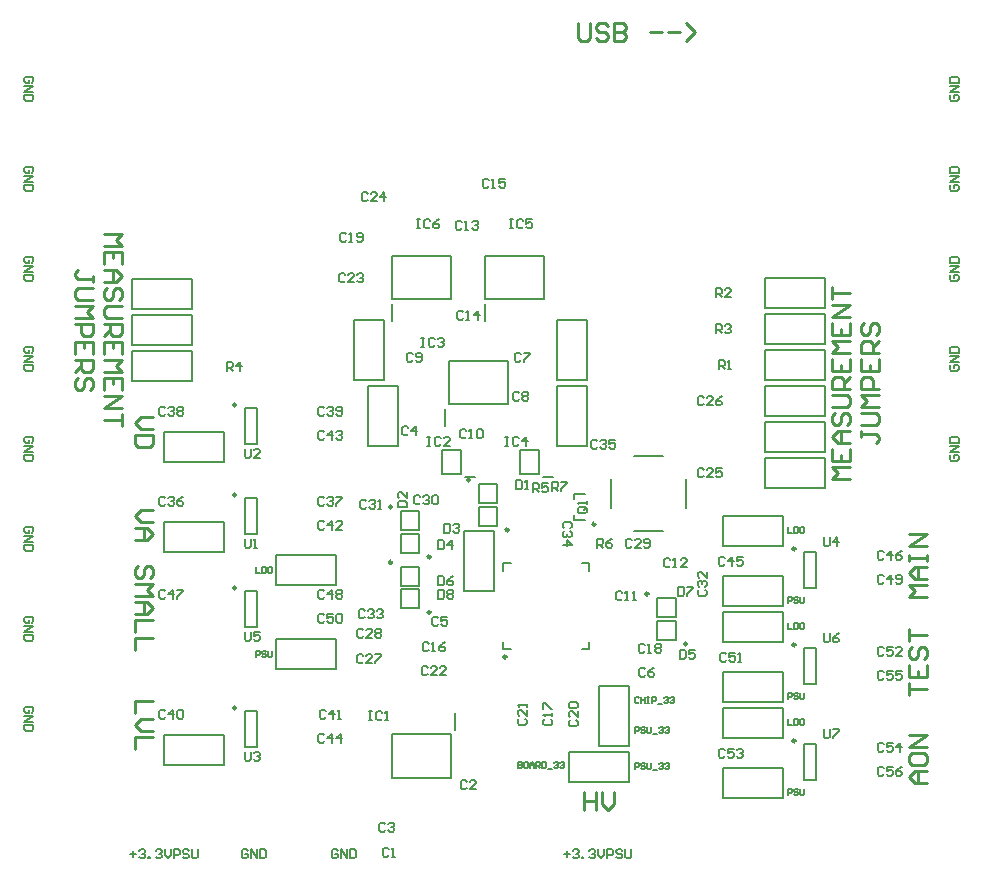
<source format=gbr>
%TF.GenerationSoftware,Altium Limited,Altium Designer,21.7.1 (17)*%
G04 Layer_Color=65535*
%FSLAX26Y26*%
%MOIN*%
%TF.SameCoordinates,27FB9546-20EE-4E74-96E1-B46C9306E405*%
%TF.FilePolarity,Positive*%
%TF.FileFunction,Legend,Top*%
%TF.Part,Single*%
G01*
G75*
%TA.AperFunction,NonConductor*%
%ADD48C,0.009842*%
%ADD49C,0.007874*%
%ADD50C,0.010000*%
%ADD51C,0.006000*%
%ADD52C,0.005000*%
D48*
X2244291Y749331D02*
G03*
X2244291Y749331I-4921J0D01*
G01*
X2115551Y915669D02*
G03*
X2115551Y915669I-4921J0D01*
G01*
X1389291Y854331D02*
G03*
X1389291Y854331I-4921J0D01*
G01*
X1260551Y1020669D02*
G03*
X1260551Y1020669I-4921J0D01*
G01*
X740787Y935866D02*
G03*
X740787Y935866I-4921J0D01*
G01*
X2605787Y745866D02*
G03*
X2605787Y745866I-4921J0D01*
G01*
Y425866D02*
G03*
X2605787Y425866I-4921J0D01*
G01*
Y1065866D02*
G03*
X2605787Y1065866I-4921J0D01*
G01*
X740787Y1245866D02*
G03*
X740787Y1245866I-4921J0D01*
G01*
Y535866D02*
G03*
X740787Y535866I-4921J0D01*
G01*
Y1545866D02*
G03*
X740787Y1545866I-4921J0D01*
G01*
X1260551Y1205669D02*
G03*
X1260551Y1205669I-4921J0D01*
G01*
X1389291Y1039331D02*
G03*
X1389291Y1039331I-4921J0D01*
G01*
X1649291Y1129331D02*
G03*
X1649291Y1129331I-4921J0D01*
G01*
X1520551Y1295669D02*
G03*
X1520551Y1295669I-4921J0D01*
G01*
X1938307Y1147913D02*
G03*
X1938307Y1147913I-4921J0D01*
G01*
X1642126Y705709D02*
G03*
X1642126Y705709I-4921J0D01*
G01*
D49*
X2205709Y763504D02*
Y826496D01*
X2144291Y763504D02*
X2205709D01*
X2144291Y826496D02*
X2205709D01*
X2144291Y763504D02*
Y826496D01*
Y838504D02*
Y901496D01*
X2205709D01*
X2144291Y838504D02*
X2205709D01*
Y901496D01*
X2505000Y1270000D02*
X2705000D01*
Y1370000D01*
X2505000D02*
X2705000D01*
X2505000Y1270000D02*
Y1370000D01*
X1235000Y1630000D02*
Y1830000D01*
X1135000D02*
X1235000D01*
X1135000Y1630000D02*
Y1830000D01*
Y1630000D02*
X1235000D01*
X1910000D02*
Y1830000D01*
X1810000D02*
X1910000D01*
X1810000Y1630000D02*
Y1830000D01*
Y1630000D02*
X1910000D01*
X1180000Y1410000D02*
Y1610000D01*
Y1410000D02*
X1280000D01*
Y1610000D01*
X1180000D02*
X1280000D01*
X1810000Y1410000D02*
Y1610000D01*
Y1410000D02*
X1910000D01*
Y1610000D01*
X1810000D02*
X1910000D01*
X1260591Y1825315D02*
Y1883386D01*
X1261575Y1897165D02*
X1458425D01*
Y2042835D01*
X1261575D02*
X1458425D01*
X1261575Y1897165D02*
Y2042835D01*
X1570591Y1825315D02*
Y1883386D01*
X1571575Y1897165D02*
X1768425D01*
Y2042835D01*
X1571575D02*
X1768425D01*
X1571575Y1897165D02*
Y2042835D01*
X1688504Y1315630D02*
X1751496D01*
X1688504D02*
Y1394370D01*
X1751496D01*
Y1315630D02*
Y1394370D01*
X1765276Y1305787D02*
X1798740D01*
X1437795Y1475315D02*
Y1533386D01*
X1451575Y1547165D02*
X1648425D01*
Y1692835D01*
X1451575D02*
X1648425D01*
X1451575Y1547165D02*
Y1692835D01*
X1428504Y1315630D02*
X1491496D01*
X1428504D02*
Y1394370D01*
X1491496D01*
Y1315630D02*
Y1394370D01*
X1505276Y1305787D02*
X1538740D01*
X395000Y1845000D02*
X595000D01*
X395000Y1745000D02*
Y1845000D01*
Y1745000D02*
X595000D01*
Y1845000D01*
X395000Y1965000D02*
X595000D01*
X395000Y1865000D02*
Y1965000D01*
Y1865000D02*
X595000D01*
Y1965000D01*
Y1625000D02*
Y1725000D01*
X395000Y1625000D02*
X595000D01*
X395000D02*
Y1725000D01*
X595000D01*
X2505000Y1630000D02*
X2705000D01*
Y1730000D01*
X2505000D02*
X2705000D01*
X2505000Y1630000D02*
Y1730000D01*
Y1750000D02*
X2705000D01*
Y1850000D01*
X2505000D02*
X2705000D01*
X2505000Y1750000D02*
Y1850000D01*
Y1390000D02*
X2705000D01*
Y1490000D01*
X2505000D02*
X2705000D01*
X2505000Y1390000D02*
Y1490000D01*
X1472205Y461614D02*
Y519685D01*
X1261575Y447835D02*
X1458425D01*
X1261575Y302165D02*
Y447835D01*
Y302165D02*
X1458425D01*
Y447835D01*
X1350709Y868504D02*
Y931496D01*
X1289291Y868504D02*
X1350709D01*
X1289291Y931496D02*
X1350709D01*
X1289291Y868504D02*
Y931496D01*
Y943504D02*
Y1006496D01*
X1350709D01*
X1289291Y943504D02*
X1350709D01*
Y1006496D01*
X770315Y926024D02*
X809685D01*
X770315Y803976D02*
X809685D01*
X770315D02*
Y926024D01*
X809685Y803976D02*
Y926024D01*
X2635315Y736024D02*
X2674685D01*
X2635315Y613976D02*
X2674685D01*
X2635315D02*
Y736024D01*
X2674685Y613976D02*
Y736024D01*
X2365000Y755000D02*
X2565000D01*
Y855000D01*
X2365000D02*
X2565000D01*
X2365000Y755000D02*
Y855000D01*
X875000Y665000D02*
X1075000D01*
Y765000D01*
X875000D02*
X1075000D01*
X875000Y665000D02*
Y765000D01*
Y1045000D02*
X1075000D01*
X875000Y945000D02*
Y1045000D01*
Y945000D02*
X1075000D01*
Y1045000D01*
X2635315Y416024D02*
X2674685D01*
X2635315Y293976D02*
X2674685D01*
X2635315D02*
Y416024D01*
X2674685Y293976D02*
Y416024D01*
X2365000Y335000D02*
X2565000D01*
X2365000Y235000D02*
Y335000D01*
Y235000D02*
X2565000D01*
Y335000D01*
X2365000Y435000D02*
X2565000D01*
Y535000D01*
X2365000D02*
X2565000D01*
X2365000Y435000D02*
Y535000D01*
X1950000Y610000D02*
X2050000D01*
Y410000D02*
Y610000D01*
X1950000Y410000D02*
X2050000D01*
X1950000D02*
Y610000D01*
X2635315Y1056024D02*
X2674685D01*
X2635315Y933976D02*
X2674685D01*
X2635315D02*
Y1056024D01*
X2674685Y933976D02*
Y1056024D01*
X2365000Y975000D02*
X2565000D01*
X2365000Y875000D02*
Y975000D01*
Y875000D02*
X2565000D01*
Y975000D01*
X2365000Y1075000D02*
X2565000D01*
Y1175000D01*
X2365000D02*
X2565000D01*
X2365000Y1075000D02*
Y1175000D01*
X770315Y1236024D02*
X809685D01*
X770315Y1113976D02*
X809685D01*
X770315D02*
Y1236024D01*
X809685Y1113976D02*
Y1236024D01*
X500000Y1155000D02*
X700000D01*
X500000Y1055000D02*
Y1155000D01*
Y1055000D02*
X700000D01*
Y1155000D01*
X770315Y526024D02*
X809685D01*
X770315Y403976D02*
X809685D01*
X770315D02*
Y526024D01*
X809685Y403976D02*
Y526024D01*
X770315Y1536024D02*
X809685D01*
X770315Y1413976D02*
X809685D01*
X770315D02*
Y1536024D01*
X809685Y1413976D02*
Y1536024D01*
X1989016Y1200827D02*
Y1299173D01*
X2065827Y1124016D02*
X2164173D01*
X2240984Y1200827D02*
Y1299173D01*
X2065827Y1375984D02*
X2164173D01*
X1350709Y1128504D02*
Y1191496D01*
X1289291Y1128504D02*
X1350709D01*
X1289291Y1191496D02*
X1350709D01*
X1289291Y1128504D02*
Y1191496D01*
Y1053504D02*
Y1116496D01*
X1350709D01*
X1289291Y1053504D02*
X1350709D01*
Y1116496D01*
X1549291Y1143504D02*
Y1206496D01*
X1610709D01*
X1549291Y1143504D02*
X1610709D01*
Y1206496D01*
Y1218504D02*
Y1281496D01*
X1549291Y1218504D02*
X1610709D01*
X1549291Y1281496D02*
X1610709D01*
X1549291Y1218504D02*
Y1281496D01*
X1500000Y925000D02*
X1600000D01*
X1500000D02*
Y1125000D01*
X1600000D01*
Y925000D02*
Y1125000D01*
X1868425Y1230591D02*
Y1248307D01*
X1903858D01*
X1868425Y1161693D02*
Y1179409D01*
Y1161693D02*
X1903858D01*
X2505000Y1870000D02*
Y1970000D01*
X2705000D01*
Y1870000D02*
Y1970000D01*
X2505000Y1870000D02*
X2705000D01*
X2505000Y1510000D02*
Y1610000D01*
X2705000D01*
Y1510000D02*
Y1610000D01*
X2505000Y1510000D02*
X2705000D01*
X700000Y345000D02*
Y445000D01*
X500000Y345000D02*
X700000D01*
X500000D02*
Y445000D01*
X700000D01*
Y1355000D02*
Y1455000D01*
X500000Y1355000D02*
X700000D01*
X500000D02*
Y1455000D01*
X700000D01*
X1850000Y290000D02*
Y390000D01*
X2050000D01*
Y290000D02*
Y390000D01*
X1850000Y290000D02*
X2050000D01*
X2565000Y555000D02*
Y655000D01*
X2365000Y555000D02*
X2565000D01*
X2365000D02*
Y655000D01*
X2565000D01*
X1918701Y731299D02*
Y756890D01*
X1893110Y731299D02*
X1918701D01*
Y993110D02*
Y1018701D01*
X1893110D02*
X1918701D01*
X1631299D02*
X1656890D01*
X1631299Y993110D02*
Y1018701D01*
Y731299D02*
Y756890D01*
Y731299D02*
X1656890D01*
D50*
X300977Y2115068D02*
X360957D01*
X340964Y2095074D01*
X360957Y2075081D01*
X300977D01*
X360957Y2015100D02*
Y2055087D01*
X300977D01*
Y2015100D01*
X330967Y2055087D02*
Y2035094D01*
X300977Y1995107D02*
X340964D01*
X360957Y1975113D01*
X340964Y1955120D01*
X300977D01*
X330967D01*
Y1995107D01*
X350961Y1895139D02*
X360957Y1905136D01*
Y1925129D01*
X350961Y1935126D01*
X340964D01*
X330967Y1925129D01*
Y1905136D01*
X320970Y1895139D01*
X310974D01*
X300977Y1905136D01*
Y1925129D01*
X310974Y1935126D01*
X360957Y1875146D02*
X310974D01*
X300977Y1865149D01*
Y1845155D01*
X310974Y1835158D01*
X360957D01*
X300977Y1815165D02*
X360957D01*
Y1785175D01*
X350961Y1775178D01*
X330967D01*
X320970Y1785175D01*
Y1815165D01*
Y1795171D02*
X300977Y1775178D01*
X360957Y1715197D02*
Y1755184D01*
X300977D01*
Y1715197D01*
X330967Y1755184D02*
Y1735191D01*
X300977Y1695204D02*
X360957D01*
X340964Y1675210D01*
X360957Y1655217D01*
X300977D01*
X360957Y1595236D02*
Y1635223D01*
X300977D01*
Y1595236D01*
X330967Y1635223D02*
Y1615230D01*
X300977Y1575243D02*
X360957D01*
X300977Y1535255D01*
X360957D01*
Y1515262D02*
Y1475275D01*
Y1495268D01*
X300977D01*
X264981Y1955120D02*
Y1975113D01*
Y1965116D01*
X214997D01*
X205000Y1975113D01*
Y1985110D01*
X214997Y1995107D01*
X264981Y1935126D02*
X214997D01*
X205000Y1925129D01*
Y1905136D01*
X214997Y1895139D01*
X264981D01*
X205000Y1875146D02*
X264981D01*
X244987Y1855152D01*
X264981Y1835158D01*
X205000D01*
Y1815165D02*
X264981D01*
Y1785175D01*
X254984Y1775178D01*
X234990D01*
X224994Y1785175D01*
Y1815165D01*
X264981Y1715197D02*
Y1755184D01*
X205000D01*
Y1715197D01*
X234990Y1755184D02*
Y1735191D01*
X205000Y1695204D02*
X264981D01*
Y1665213D01*
X254984Y1655217D01*
X234990D01*
X224994Y1665213D01*
Y1695204D01*
Y1675210D02*
X205000Y1655217D01*
X254984Y1595236D02*
X264981Y1605233D01*
Y1625226D01*
X254984Y1635223D01*
X244987D01*
X234990Y1625226D01*
Y1605233D01*
X224994Y1595236D01*
X214997D01*
X205000Y1605233D01*
Y1625226D01*
X214997Y1635223D01*
X2787002Y1300104D02*
X2727021D01*
X2747015Y1320097D01*
X2727021Y1340091D01*
X2787002D01*
X2727021Y1400072D02*
Y1360084D01*
X2787002D01*
Y1400072D01*
X2757012Y1360084D02*
Y1380078D01*
X2787002Y1420065D02*
X2747015D01*
X2727021Y1440059D01*
X2747015Y1460052D01*
X2787002D01*
X2757012D01*
Y1420065D01*
X2737018Y1520033D02*
X2727021Y1510036D01*
Y1490042D01*
X2737018Y1480046D01*
X2747015D01*
X2757012Y1490042D01*
Y1510036D01*
X2767008Y1520033D01*
X2777005D01*
X2787002Y1510036D01*
Y1490042D01*
X2777005Y1480046D01*
X2727021Y1540026D02*
X2777005D01*
X2787002Y1550023D01*
Y1570016D01*
X2777005Y1580013D01*
X2727021D01*
X2787002Y1600007D02*
X2727021D01*
Y1629997D01*
X2737018Y1639994D01*
X2757012D01*
X2767008Y1629997D01*
Y1600007D01*
Y1620000D02*
X2787002Y1639994D01*
X2727021Y1699975D02*
Y1659987D01*
X2787002D01*
Y1699975D01*
X2757012Y1659987D02*
Y1679981D01*
X2787002Y1719968D02*
X2727021D01*
X2747015Y1739961D01*
X2727021Y1759955D01*
X2787002D01*
X2727021Y1819936D02*
Y1779949D01*
X2787002D01*
Y1819936D01*
X2757012Y1779949D02*
Y1799942D01*
X2787002Y1839929D02*
X2727021D01*
X2787002Y1879916D01*
X2727021D01*
Y1899910D02*
Y1939897D01*
Y1919903D01*
X2787002D01*
X2822998Y1460052D02*
Y1440059D01*
Y1450055D01*
X2872982D01*
X2882979Y1440059D01*
Y1430062D01*
X2872982Y1420065D01*
X2822998Y1480046D02*
X2872982D01*
X2882979Y1490042D01*
Y1510036D01*
X2872982Y1520033D01*
X2822998D01*
X2882979Y1540026D02*
X2822998D01*
X2842991Y1560020D01*
X2822998Y1580013D01*
X2882979D01*
Y1600007D02*
X2822998D01*
Y1629997D01*
X2832995Y1639994D01*
X2852988D01*
X2862985Y1629997D01*
Y1600007D01*
X2822998Y1699975D02*
Y1659987D01*
X2882979D01*
Y1699975D01*
X2852988Y1659987D02*
Y1679981D01*
X2882979Y1719968D02*
X2822998D01*
Y1749958D01*
X2832995Y1759955D01*
X2852988D01*
X2862985Y1749958D01*
Y1719968D01*
Y1739961D02*
X2882979Y1759955D01*
X2832995Y1819936D02*
X2822998Y1809939D01*
Y1789945D01*
X2832995Y1779949D01*
X2842991D01*
X2852988Y1789945D01*
Y1809939D01*
X2862985Y1819936D01*
X2872982D01*
X2882979Y1809939D01*
Y1789945D01*
X2872982Y1779949D01*
X1880063Y2819990D02*
Y2770006D01*
X1890060Y2760010D01*
X1910053D01*
X1920050Y2770006D01*
Y2819990D01*
X1980031Y2809994D02*
X1970034Y2819990D01*
X1950041D01*
X1940044Y2809994D01*
Y2799997D01*
X1950041Y2790000D01*
X1970034D01*
X1980031Y2780003D01*
Y2770006D01*
X1970034Y2760010D01*
X1950041D01*
X1940044Y2770006D01*
X2000024Y2819990D02*
Y2760010D01*
X2030015D01*
X2040011Y2770006D01*
Y2780003D01*
X2030015Y2790000D01*
X2000024D01*
X2030015D01*
X2040011Y2799997D01*
Y2809994D01*
X2030015Y2819990D01*
X2000024D01*
X2119985Y2790000D02*
X2159973D01*
X2179966D02*
X2219953D01*
X2239947Y2760010D02*
X2269937Y2790000D01*
X2239947Y2819990D01*
X1900016Y254990D02*
Y195010D01*
Y225000D01*
X1940003D01*
Y254990D01*
Y195010D01*
X1959997Y254990D02*
Y215003D01*
X1979990Y195010D01*
X1999984Y215003D01*
Y254990D01*
X454994Y969967D02*
X464990Y979964D01*
Y999958D01*
X454994Y1009955D01*
X444997D01*
X435000Y999958D01*
Y979964D01*
X425003Y969967D01*
X415007D01*
X405010Y979964D01*
Y999958D01*
X415007Y1009955D01*
X405010Y949974D02*
X464990D01*
X444997Y929981D01*
X464990Y909987D01*
X405010D01*
Y889993D02*
X444997D01*
X464990Y870000D01*
X444997Y850006D01*
X405010D01*
X435000D01*
Y889993D01*
X464990Y830013D02*
X405010D01*
Y790026D01*
X464990Y770032D02*
X405010D01*
Y730045D01*
X464990Y559974D02*
X405010D01*
Y519987D01*
X464990Y499993D02*
X425003D01*
X405010Y480000D01*
X425003Y460006D01*
X464990D01*
Y440013D02*
X405010D01*
Y400026D01*
X464990Y1194984D02*
X425003D01*
X405010Y1174990D01*
X425003Y1154997D01*
X464990D01*
X405010Y1135003D02*
X444997D01*
X464990Y1115010D01*
X444997Y1095016D01*
X405010D01*
X435000D01*
Y1135003D01*
X464990Y1504984D02*
X425003D01*
X405010Y1484990D01*
X425003Y1464997D01*
X464990D01*
Y1445003D02*
X405010D01*
Y1415013D01*
X415007Y1405016D01*
X454993D01*
X464990Y1415013D01*
Y1445003D01*
X2985019Y580036D02*
Y620023D01*
Y600029D01*
X3045000D01*
X2985019Y680003D02*
Y640016D01*
X3045000D01*
Y680003D01*
X3015010Y640016D02*
Y660010D01*
X2995016Y739984D02*
X2985019Y729987D01*
Y709994D01*
X2995016Y699997D01*
X3005013D01*
X3015010Y709994D01*
Y729987D01*
X3025006Y739984D01*
X3035003D01*
X3045000Y729987D01*
Y709994D01*
X3035003Y699997D01*
X2985019Y759977D02*
Y799965D01*
Y779971D01*
X3045000D01*
Y904891D02*
X2985019D01*
X3005013Y924884D01*
X2985019Y944878D01*
X3045000D01*
Y964871D02*
X3005013D01*
X2985019Y984865D01*
X3005013Y1004859D01*
X3045000D01*
X3015010D01*
Y964871D01*
X2985019Y1024852D02*
Y1044845D01*
Y1034849D01*
X3045000D01*
Y1024852D01*
Y1044845D01*
Y1074836D02*
X2985019D01*
X3045000Y1114823D01*
X2985019D01*
X3045000Y285026D02*
X3005013D01*
X2985019Y305019D01*
X3005013Y325013D01*
X3045000D01*
X3015010D01*
Y285026D01*
X2985019Y374997D02*
Y355003D01*
X2995016Y345006D01*
X3035003D01*
X3045000Y355003D01*
Y374997D01*
X3035003Y384993D01*
X2995016D01*
X2985019Y374997D01*
X3045000Y404987D02*
X2985019D01*
X3045000Y444974D01*
X2985019D01*
D51*
X3125003Y1380006D02*
X3120005Y1375008D01*
Y1365011D01*
X3125003Y1360013D01*
X3144997D01*
X3149995Y1365011D01*
Y1375008D01*
X3144997Y1380006D01*
X3135000D01*
Y1370010D01*
X3149995Y1390003D02*
X3120005D01*
X3149995Y1409997D01*
X3120005D01*
Y1419994D02*
X3149995D01*
Y1434989D01*
X3144997Y1439987D01*
X3125003D01*
X3120005Y1434989D01*
Y1419994D01*
X3125003Y1680006D02*
X3120005Y1675008D01*
Y1665011D01*
X3125003Y1660013D01*
X3144997D01*
X3149995Y1665011D01*
Y1675008D01*
X3144997Y1680006D01*
X3135000D01*
Y1670010D01*
X3149995Y1690003D02*
X3120005D01*
X3149995Y1709997D01*
X3120005D01*
Y1719994D02*
X3149995D01*
Y1734989D01*
X3144997Y1739987D01*
X3125003D01*
X3120005Y1734989D01*
Y1719994D01*
X3125003Y1980006D02*
X3120005Y1975008D01*
Y1965011D01*
X3125003Y1960013D01*
X3144997D01*
X3149995Y1965011D01*
Y1975008D01*
X3144997Y1980006D01*
X3135000D01*
Y1970010D01*
X3149995Y1990003D02*
X3120005D01*
X3149995Y2009997D01*
X3120005D01*
Y2019994D02*
X3149995D01*
Y2034989D01*
X3144997Y2039987D01*
X3125003D01*
X3120005Y2034989D01*
Y2019994D01*
X3125003Y2280006D02*
X3120005Y2275008D01*
Y2265011D01*
X3125003Y2260013D01*
X3144997D01*
X3149995Y2265011D01*
Y2275008D01*
X3144997Y2280006D01*
X3135000D01*
Y2270010D01*
X3149995Y2290003D02*
X3120005D01*
X3149995Y2309997D01*
X3120005D01*
Y2319994D02*
X3149995D01*
Y2334989D01*
X3144997Y2339987D01*
X3125003D01*
X3120005Y2334989D01*
Y2319994D01*
X3125003Y2580006D02*
X3120005Y2575008D01*
Y2565011D01*
X3125003Y2560013D01*
X3144997D01*
X3149995Y2565011D01*
Y2575008D01*
X3144997Y2580006D01*
X3135000D01*
Y2570010D01*
X3149995Y2590003D02*
X3120005D01*
X3149995Y2609997D01*
X3120005D01*
Y2619994D02*
X3149995D01*
Y2634989D01*
X3144997Y2639987D01*
X3125003D01*
X3120005Y2634989D01*
Y2619994D01*
X59997Y2619994D02*
X64995Y2624992D01*
Y2634989D01*
X59997Y2639987D01*
X40003D01*
X35005Y2634989D01*
Y2624992D01*
X40003Y2619994D01*
X50000D01*
Y2629990D01*
X35005Y2609997D02*
X64995D01*
X35005Y2590003D01*
X64995D01*
Y2580006D02*
X35005D01*
Y2565011D01*
X40003Y2560013D01*
X59997D01*
X64995Y2565011D01*
Y2580006D01*
X59997Y2319994D02*
X64995Y2324992D01*
Y2334989D01*
X59997Y2339987D01*
X40003D01*
X35005Y2334989D01*
Y2324992D01*
X40003Y2319994D01*
X50000D01*
Y2329990D01*
X35005Y2309997D02*
X64995D01*
X35005Y2290003D01*
X64995D01*
Y2280006D02*
X35005D01*
Y2265011D01*
X40003Y2260013D01*
X59997D01*
X64995Y2265011D01*
Y2280006D01*
X59997Y2019994D02*
X64995Y2024992D01*
Y2034989D01*
X59997Y2039987D01*
X40003D01*
X35005Y2034989D01*
Y2024992D01*
X40003Y2019994D01*
X50000D01*
Y2029990D01*
X35005Y2009997D02*
X64995D01*
X35005Y1990003D01*
X64995D01*
Y1980006D02*
X35005D01*
Y1965011D01*
X40003Y1960013D01*
X59997D01*
X64995Y1965011D01*
Y1980006D01*
X59997Y1719994D02*
X64995Y1724992D01*
Y1734989D01*
X59997Y1739987D01*
X40003D01*
X35005Y1734989D01*
Y1724992D01*
X40003Y1719994D01*
X50000D01*
Y1729990D01*
X35005Y1709997D02*
X64995D01*
X35005Y1690003D01*
X64995D01*
Y1680006D02*
X35005D01*
Y1665011D01*
X40003Y1660013D01*
X59997D01*
X64995Y1665011D01*
Y1680006D01*
X59997Y1419994D02*
X64995Y1424992D01*
Y1434989D01*
X59997Y1439987D01*
X40003D01*
X35005Y1434989D01*
Y1424992D01*
X40003Y1419994D01*
X50000D01*
Y1429990D01*
X35005Y1409997D02*
X64995D01*
X35005Y1390003D01*
X64995D01*
Y1380006D02*
X35005D01*
Y1365011D01*
X40003Y1360013D01*
X59997D01*
X64995Y1365011D01*
Y1380006D01*
X59997Y1119994D02*
X64995Y1124992D01*
Y1134989D01*
X59997Y1139987D01*
X40003D01*
X35005Y1134989D01*
Y1124992D01*
X40003Y1119994D01*
X50000D01*
Y1129990D01*
X35005Y1109997D02*
X64995D01*
X35005Y1090003D01*
X64995D01*
Y1080006D02*
X35005D01*
Y1065011D01*
X40003Y1060013D01*
X59997D01*
X64995Y1065011D01*
Y1080006D01*
X59997Y819994D02*
X64995Y824992D01*
Y834989D01*
X59997Y839987D01*
X40003D01*
X35005Y834989D01*
Y824992D01*
X40003Y819994D01*
X50000D01*
Y829990D01*
X35005Y809997D02*
X64995D01*
X35005Y790003D01*
X64995D01*
Y780006D02*
X35005D01*
Y765011D01*
X40003Y760013D01*
X59997D01*
X64995Y765011D01*
Y780006D01*
X59997Y519994D02*
X64995Y524992D01*
Y534989D01*
X59997Y539987D01*
X40003D01*
X35005Y534989D01*
Y524992D01*
X40003Y519994D01*
X50000D01*
Y529990D01*
X35005Y509997D02*
X64995D01*
X35005Y490003D01*
X64995D01*
Y480006D02*
X35005D01*
Y465011D01*
X40003Y460013D01*
X59997D01*
X64995Y465011D01*
Y480006D01*
X1080006Y59997D02*
X1075008Y64995D01*
X1065011D01*
X1060013Y59997D01*
Y40003D01*
X1065011Y35005D01*
X1075008D01*
X1080006Y40003D01*
Y50000D01*
X1070010D01*
X1090003Y35005D02*
Y64995D01*
X1109997Y35005D01*
Y64995D01*
X1119994D02*
Y35005D01*
X1134989D01*
X1139987Y40003D01*
Y59997D01*
X1134989Y64995D01*
X1119994D01*
X780006Y59997D02*
X775008Y64995D01*
X765011D01*
X760013Y59997D01*
Y40003D01*
X765011Y35005D01*
X775008D01*
X780006Y40003D01*
Y50000D01*
X770010D01*
X790003Y35005D02*
Y64995D01*
X809997Y35005D01*
Y64995D01*
X819994D02*
Y35005D01*
X834989D01*
X839987Y40003D01*
Y59997D01*
X834989Y64995D01*
X819994D01*
X387536Y50000D02*
X407530D01*
X397533Y59997D02*
Y40003D01*
X417527Y59997D02*
X422525Y64995D01*
X432522D01*
X437520Y59997D01*
Y54998D01*
X432522Y50000D01*
X427524D01*
X432522D01*
X437520Y45002D01*
Y40003D01*
X432522Y35005D01*
X422525D01*
X417527Y40003D01*
X447517Y35005D02*
Y40003D01*
X452515D01*
Y35005D01*
X447517D01*
X472509Y59997D02*
X477507Y64995D01*
X487504D01*
X492502Y59997D01*
Y54998D01*
X487504Y50000D01*
X482506D01*
X487504D01*
X492502Y45002D01*
Y40003D01*
X487504Y35005D01*
X477507D01*
X472509Y40003D01*
X502499Y64995D02*
Y45002D01*
X512496Y35005D01*
X522493Y45002D01*
Y64995D01*
X532490Y35005D02*
Y64995D01*
X547485D01*
X552483Y59997D01*
Y50000D01*
X547485Y45002D01*
X532490D01*
X582473Y59997D02*
X577475Y64995D01*
X567478D01*
X562480Y59997D01*
Y54998D01*
X567478Y50000D01*
X577475D01*
X582473Y45002D01*
Y40003D01*
X577475Y35005D01*
X567478D01*
X562480Y40003D01*
X592470Y64995D02*
Y40003D01*
X597468Y35005D01*
X607465D01*
X612464Y40003D01*
Y64995D01*
X1832536Y50000D02*
X1852530D01*
X1842533Y59997D02*
Y40003D01*
X1862527Y59997D02*
X1867525Y64995D01*
X1877522D01*
X1882520Y59997D01*
Y54998D01*
X1877522Y50000D01*
X1872524D01*
X1877522D01*
X1882520Y45002D01*
Y40003D01*
X1877522Y35005D01*
X1867525D01*
X1862527Y40003D01*
X1892517Y35005D02*
Y40003D01*
X1897515D01*
Y35005D01*
X1892517D01*
X1917509Y59997D02*
X1922507Y64995D01*
X1932504D01*
X1937502Y59997D01*
Y54998D01*
X1932504Y50000D01*
X1927506D01*
X1932504D01*
X1937502Y45002D01*
Y40003D01*
X1932504Y35005D01*
X1922507D01*
X1917509Y40003D01*
X1947499Y64995D02*
Y45002D01*
X1957496Y35005D01*
X1967493Y45002D01*
Y64995D01*
X1977489Y35005D02*
Y64995D01*
X1992485D01*
X1997483Y59997D01*
Y50000D01*
X1992485Y45002D01*
X1977489D01*
X2027473Y59997D02*
X2022475Y64995D01*
X2012478D01*
X2007480Y59997D01*
Y54998D01*
X2012478Y50000D01*
X2022475D01*
X2027473Y45002D01*
Y40003D01*
X2022475Y35005D01*
X2012478D01*
X2007480Y40003D01*
X2037470Y64995D02*
Y40003D01*
X2042468Y35005D01*
X2052465D01*
X2057464Y40003D01*
Y64995D01*
X2700008Y464995D02*
Y440003D01*
X2705006Y435005D01*
X2715003D01*
X2720002Y440003D01*
Y464995D01*
X2729998D02*
X2749992D01*
Y459997D01*
X2729998Y440003D01*
Y435005D01*
X2700008Y784995D02*
Y760003D01*
X2705006Y755005D01*
X2715003D01*
X2720002Y760003D01*
Y784995D01*
X2749992D02*
X2739995Y779997D01*
X2729998Y770000D01*
Y760003D01*
X2734997Y755005D01*
X2744994D01*
X2749992Y760003D01*
Y765002D01*
X2744994Y770000D01*
X2729998D01*
X770008Y789995D02*
Y765003D01*
X775006Y760005D01*
X785003D01*
X790002Y765003D01*
Y789995D01*
X819992D02*
X799998D01*
Y775000D01*
X809995Y779998D01*
X814994D01*
X819992Y775000D01*
Y765003D01*
X814994Y760005D01*
X804997D01*
X799998Y765003D01*
X2700008Y1104995D02*
Y1080003D01*
X2705006Y1075005D01*
X2715003D01*
X2720002Y1080003D01*
Y1104995D01*
X2744994Y1075005D02*
Y1104995D01*
X2729998Y1090000D01*
X2749992D01*
X770008Y389995D02*
Y365003D01*
X775006Y360005D01*
X785003D01*
X790002Y365003D01*
Y389995D01*
X799998Y384997D02*
X804997Y389995D01*
X814994D01*
X819992Y384997D01*
Y379998D01*
X814994Y375000D01*
X809995D01*
X814994D01*
X819992Y370002D01*
Y365003D01*
X814994Y360005D01*
X804997D01*
X799998Y365003D01*
X770008Y1399995D02*
Y1375003D01*
X775006Y1370005D01*
X785003D01*
X790002Y1375003D01*
Y1399995D01*
X819992Y1370005D02*
X799998D01*
X819992Y1389998D01*
Y1394997D01*
X814994Y1399995D01*
X804997D01*
X799998Y1394997D01*
X770006Y1099995D02*
Y1075003D01*
X775005Y1070005D01*
X785002D01*
X790000Y1075003D01*
Y1099995D01*
X799997Y1070005D02*
X809994D01*
X804995D01*
Y1099995D01*
X799997Y1094997D01*
X1795008Y1260005D02*
Y1289995D01*
X1810003D01*
X1815002Y1284997D01*
Y1275000D01*
X1810003Y1270002D01*
X1795008D01*
X1805005D02*
X1815002Y1260005D01*
X1824998Y1289995D02*
X1844992D01*
Y1284997D01*
X1824998Y1265003D01*
Y1260005D01*
X1945008Y1070005D02*
Y1099995D01*
X1960003D01*
X1965002Y1094997D01*
Y1085000D01*
X1960003Y1080002D01*
X1945008D01*
X1955005D02*
X1965002Y1070005D01*
X1994992Y1099995D02*
X1984995Y1094997D01*
X1974998Y1085000D01*
Y1075003D01*
X1979997Y1070005D01*
X1989994D01*
X1994992Y1075003D01*
Y1080002D01*
X1989994Y1085000D01*
X1974998D01*
X1730008Y1255005D02*
Y1284995D01*
X1745003D01*
X1750002Y1279997D01*
Y1270000D01*
X1745003Y1265002D01*
X1730008D01*
X1740005D02*
X1750002Y1255005D01*
X1779992Y1284995D02*
X1759998D01*
Y1270000D01*
X1769995Y1274998D01*
X1774994D01*
X1779992Y1270000D01*
Y1260003D01*
X1774994Y1255005D01*
X1764997D01*
X1759998Y1260003D01*
X710008Y1660005D02*
Y1689995D01*
X725003D01*
X730002Y1684997D01*
Y1675000D01*
X725003Y1670002D01*
X710008D01*
X720005D02*
X730002Y1660005D01*
X754994D02*
Y1689995D01*
X739998Y1675000D01*
X759992D01*
X2340008Y1785005D02*
Y1814995D01*
X2355003D01*
X2360002Y1809997D01*
Y1800000D01*
X2355003Y1795002D01*
X2340008D01*
X2350005D02*
X2360002Y1785005D01*
X2369998Y1809997D02*
X2374997Y1814995D01*
X2384994D01*
X2389992Y1809997D01*
Y1804998D01*
X2384994Y1800000D01*
X2379995D01*
X2384994D01*
X2389992Y1795002D01*
Y1790003D01*
X2384994Y1785005D01*
X2374997D01*
X2369998Y1790003D01*
X2340008Y1905005D02*
Y1934995D01*
X2355003D01*
X2360002Y1929997D01*
Y1920000D01*
X2355003Y1915002D01*
X2340008D01*
X2350005D02*
X2360002Y1905005D01*
X2389992D02*
X2369998D01*
X2389992Y1924998D01*
Y1929997D01*
X2384994Y1934995D01*
X2374997D01*
X2369998Y1929997D01*
X2350006Y1665005D02*
Y1694995D01*
X2365002D01*
X2370000Y1689997D01*
Y1680000D01*
X2365002Y1675002D01*
X2350006D01*
X2360003D02*
X2370000Y1665005D01*
X2379997D02*
X2389994D01*
X2384995D01*
Y1694995D01*
X2379997Y1689997D01*
X1904997Y1205000D02*
X1885003D01*
X1880005Y1200002D01*
Y1190005D01*
X1885003Y1185006D01*
X1904997D01*
X1909995Y1190005D01*
Y1200002D01*
X1899998Y1195003D02*
X1909995Y1205000D01*
Y1200002D02*
X1904997Y1205000D01*
X1909995Y1214997D02*
Y1224994D01*
Y1219995D01*
X1880005D01*
X1885003Y1214997D01*
X1182511Y524995D02*
X1192507D01*
X1187509D01*
Y495005D01*
X1182511D01*
X1192507D01*
X1227496Y519997D02*
X1222498Y524995D01*
X1212501D01*
X1207502Y519997D01*
Y500003D01*
X1212501Y495005D01*
X1222498D01*
X1227496Y500003D01*
X1237493Y495005D02*
X1247489D01*
X1242491D01*
Y524995D01*
X1237493Y519997D01*
X1415008Y929995D02*
Y900005D01*
X1430003D01*
X1435002Y905003D01*
Y924997D01*
X1430003Y929995D01*
X1415008D01*
X1444998Y924997D02*
X1449997Y929995D01*
X1459994D01*
X1464992Y924997D01*
Y919998D01*
X1459994Y915000D01*
X1464992Y910002D01*
Y905003D01*
X1459994Y900005D01*
X1449997D01*
X1444998Y905003D01*
Y910002D01*
X1449997Y915000D01*
X1444998Y919998D01*
Y924997D01*
X1449997Y915000D02*
X1459994D01*
X2215008Y939995D02*
Y910005D01*
X2230003D01*
X2235002Y915003D01*
Y934997D01*
X2230003Y939995D01*
X2215008D01*
X2244998D02*
X2264992D01*
Y934997D01*
X2244998Y915003D01*
Y910005D01*
X1415008Y974995D02*
Y945005D01*
X1430003D01*
X1435002Y950003D01*
Y969997D01*
X1430003Y974995D01*
X1415008D01*
X1464992D02*
X1454995Y969997D01*
X1444998Y960000D01*
Y950003D01*
X1449997Y945005D01*
X1459994D01*
X1464992Y950003D01*
Y955002D01*
X1459994Y960000D01*
X1444998D01*
X2220008Y729995D02*
Y700005D01*
X2235003D01*
X2240002Y705003D01*
Y724997D01*
X2235003Y729995D01*
X2220008D01*
X2269992D02*
X2249998D01*
Y715000D01*
X2259995Y719998D01*
X2264994D01*
X2269992Y715000D01*
Y705003D01*
X2264994Y700005D01*
X2254997D01*
X2249998Y705003D01*
X1415008Y1094995D02*
Y1065005D01*
X1430003D01*
X1435002Y1070003D01*
Y1089997D01*
X1430003Y1094995D01*
X1415008D01*
X1459994Y1065005D02*
Y1094995D01*
X1444998Y1080000D01*
X1464992D01*
X1435008Y1149995D02*
Y1120005D01*
X1450003D01*
X1455002Y1125003D01*
Y1144997D01*
X1450003Y1149995D01*
X1435008D01*
X1464998Y1144997D02*
X1469997Y1149995D01*
X1479994D01*
X1484992Y1144997D01*
Y1139998D01*
X1479994Y1135000D01*
X1474995D01*
X1479994D01*
X1484992Y1130002D01*
Y1125003D01*
X1479994Y1120005D01*
X1469997D01*
X1464998Y1125003D01*
X1280005Y1205008D02*
X1309995D01*
Y1220003D01*
X1304997Y1225002D01*
X1285003D01*
X1280005Y1220003D01*
Y1205008D01*
X1309995Y1254992D02*
Y1234998D01*
X1290002Y1254992D01*
X1285003D01*
X1280005Y1249994D01*
Y1239997D01*
X1285003Y1234998D01*
X1675006Y1294995D02*
Y1265005D01*
X1690002D01*
X1695000Y1270003D01*
Y1289997D01*
X1690002Y1294995D01*
X1675006D01*
X1704997Y1265005D02*
X1714994D01*
X1709995D01*
Y1294995D01*
X1704997Y1289997D01*
X2900006Y334997D02*
X2895008Y339995D01*
X2885011D01*
X2880013Y334997D01*
Y315003D01*
X2885011Y310005D01*
X2895008D01*
X2900006Y315003D01*
X2929997Y339995D02*
X2910003D01*
Y325000D01*
X2920000Y329998D01*
X2924999D01*
X2929997Y325000D01*
Y315003D01*
X2924999Y310005D01*
X2915002D01*
X2910003Y315003D01*
X2959987Y339995D02*
X2949990Y334997D01*
X2939994Y325000D01*
Y315003D01*
X2944992Y310005D01*
X2954989D01*
X2959987Y315003D01*
Y320002D01*
X2954989Y325000D01*
X2939994D01*
X2900006Y654997D02*
X2895008Y659995D01*
X2885011D01*
X2880013Y654997D01*
Y635003D01*
X2885011Y630005D01*
X2895008D01*
X2900006Y635003D01*
X2929997Y659995D02*
X2910003D01*
Y645000D01*
X2920000Y649998D01*
X2924999D01*
X2929997Y645000D01*
Y635003D01*
X2924999Y630005D01*
X2915002D01*
X2910003Y635003D01*
X2959987Y659995D02*
X2939994D01*
Y645000D01*
X2949990Y649998D01*
X2954989D01*
X2959987Y645000D01*
Y635003D01*
X2954989Y630005D01*
X2944992D01*
X2939994Y635003D01*
X2900006Y414997D02*
X2895008Y419995D01*
X2885011D01*
X2880013Y414997D01*
Y395003D01*
X2885011Y390005D01*
X2895008D01*
X2900006Y395003D01*
X2929997Y419995D02*
X2910003D01*
Y405000D01*
X2920000Y409998D01*
X2924999D01*
X2929997Y405000D01*
Y395003D01*
X2924999Y390005D01*
X2915002D01*
X2910003Y395003D01*
X2954989Y390005D02*
Y419995D01*
X2939994Y405000D01*
X2959987D01*
X2370006Y394997D02*
X2365008Y399995D01*
X2355011D01*
X2350013Y394997D01*
Y375003D01*
X2355011Y370005D01*
X2365008D01*
X2370006Y375003D01*
X2399997Y399995D02*
X2380003D01*
Y385000D01*
X2390000Y389998D01*
X2394999D01*
X2399997Y385000D01*
Y375003D01*
X2394999Y370005D01*
X2385002D01*
X2380003Y375003D01*
X2409994Y394997D02*
X2414992Y399995D01*
X2424989D01*
X2429987Y394997D01*
Y389998D01*
X2424989Y385000D01*
X2419990D01*
X2424989D01*
X2429987Y380002D01*
Y375003D01*
X2424989Y370005D01*
X2414992D01*
X2409994Y375003D01*
X2900006Y734997D02*
X2895008Y739995D01*
X2885011D01*
X2880013Y734997D01*
Y715003D01*
X2885011Y710005D01*
X2895008D01*
X2900006Y715003D01*
X2929997Y739995D02*
X2910003D01*
Y725000D01*
X2920000Y729998D01*
X2924999D01*
X2929997Y725000D01*
Y715003D01*
X2924999Y710005D01*
X2915002D01*
X2910003Y715003D01*
X2959987Y710005D02*
X2939994D01*
X2959987Y729998D01*
Y734997D01*
X2954989Y739995D01*
X2944992D01*
X2939994Y734997D01*
X2375005Y714997D02*
X2370006Y719995D01*
X2360010D01*
X2355011Y714997D01*
Y695003D01*
X2360010Y690005D01*
X2370006D01*
X2375005Y695003D01*
X2404995Y719995D02*
X2385002D01*
Y705000D01*
X2394998Y709998D01*
X2399997D01*
X2404995Y705000D01*
Y695003D01*
X2399997Y690005D01*
X2390000D01*
X2385002Y695003D01*
X2414992Y690005D02*
X2424989D01*
X2419990D01*
Y719995D01*
X2414992Y714997D01*
X1035006Y844997D02*
X1030008Y849995D01*
X1020011D01*
X1015013Y844997D01*
Y825003D01*
X1020011Y820005D01*
X1030008D01*
X1035006Y825003D01*
X1064997Y849995D02*
X1045003D01*
Y835000D01*
X1055000Y839998D01*
X1059998D01*
X1064997Y835000D01*
Y825003D01*
X1059998Y820005D01*
X1050002D01*
X1045003Y825003D01*
X1074994Y844997D02*
X1079992Y849995D01*
X1089989D01*
X1094987Y844997D01*
Y825003D01*
X1089989Y820005D01*
X1079992D01*
X1074994Y825003D01*
Y844997D01*
X2900006Y974997D02*
X2895008Y979995D01*
X2885011D01*
X2880013Y974997D01*
Y955003D01*
X2885011Y950005D01*
X2895008D01*
X2900006Y955003D01*
X2924999Y950005D02*
Y979995D01*
X2910003Y965000D01*
X2929997D01*
X2939994Y955003D02*
X2944992Y950005D01*
X2954989D01*
X2959987Y955003D01*
Y974997D01*
X2954989Y979995D01*
X2944992D01*
X2939994Y974997D01*
Y969998D01*
X2944992Y965000D01*
X2959987D01*
X1035006Y924997D02*
X1030008Y929995D01*
X1020011D01*
X1015013Y924997D01*
Y905003D01*
X1020011Y900005D01*
X1030008D01*
X1035006Y905003D01*
X1059998Y900005D02*
Y929995D01*
X1045003Y915000D01*
X1064997D01*
X1074994Y924997D02*
X1079992Y929995D01*
X1089989D01*
X1094987Y924997D01*
Y919998D01*
X1089989Y915000D01*
X1094987Y910002D01*
Y905003D01*
X1089989Y900005D01*
X1079992D01*
X1074994Y905003D01*
Y910002D01*
X1079992Y915000D01*
X1074994Y919998D01*
Y924997D01*
X1079992Y915000D02*
X1089989D01*
X505007Y924997D02*
X500008Y929995D01*
X490011D01*
X485013Y924997D01*
Y905003D01*
X490011Y900005D01*
X500008D01*
X505007Y905003D01*
X529999Y900005D02*
Y929995D01*
X515003Y915000D01*
X534997D01*
X544994Y929995D02*
X564987D01*
Y924997D01*
X544994Y905003D01*
Y900005D01*
X2900006Y1054997D02*
X2895008Y1059995D01*
X2885011D01*
X2880013Y1054997D01*
Y1035003D01*
X2885011Y1030005D01*
X2895008D01*
X2900006Y1035003D01*
X2924999Y1030005D02*
Y1059995D01*
X2910003Y1045000D01*
X2929997D01*
X2959987Y1059995D02*
X2949990Y1054997D01*
X2939994Y1045000D01*
Y1035003D01*
X2944992Y1030005D01*
X2954989D01*
X2959987Y1035003D01*
Y1040002D01*
X2954989Y1045000D01*
X2939994D01*
X2370006Y1034997D02*
X2365008Y1039995D01*
X2355011D01*
X2350013Y1034997D01*
Y1015003D01*
X2355011Y1010005D01*
X2365008D01*
X2370006Y1015003D01*
X2394999Y1010005D02*
Y1039995D01*
X2380003Y1025000D01*
X2399997D01*
X2429987Y1039995D02*
X2409994D01*
Y1025000D01*
X2419990Y1029998D01*
X2424989D01*
X2429987Y1025000D01*
Y1015003D01*
X2424989Y1010005D01*
X2414992D01*
X2409994Y1015003D01*
X1035006Y444997D02*
X1030008Y449995D01*
X1020011D01*
X1015013Y444997D01*
Y425003D01*
X1020011Y420005D01*
X1030008D01*
X1035006Y425003D01*
X1059998Y420005D02*
Y449995D01*
X1045003Y435000D01*
X1064997D01*
X1089989Y420005D02*
Y449995D01*
X1074994Y435000D01*
X1094987D01*
X1035006Y1454997D02*
X1030008Y1459995D01*
X1020011D01*
X1015013Y1454997D01*
Y1435003D01*
X1020011Y1430005D01*
X1030008D01*
X1035006Y1435003D01*
X1059998Y1430005D02*
Y1459995D01*
X1045003Y1445000D01*
X1064997D01*
X1074994Y1454997D02*
X1079992Y1459995D01*
X1089989D01*
X1094987Y1454997D01*
Y1449998D01*
X1089989Y1445000D01*
X1084990D01*
X1089989D01*
X1094987Y1440002D01*
Y1435003D01*
X1089989Y1430005D01*
X1079992D01*
X1074994Y1435003D01*
X1035006Y1154997D02*
X1030008Y1159995D01*
X1020011D01*
X1015013Y1154997D01*
Y1135003D01*
X1020011Y1130005D01*
X1030008D01*
X1035006Y1135003D01*
X1059998Y1130005D02*
Y1159995D01*
X1045003Y1145000D01*
X1064997D01*
X1094987Y1130005D02*
X1074994D01*
X1094987Y1149998D01*
Y1154997D01*
X1089989Y1159995D01*
X1079992D01*
X1074994Y1154997D01*
X1040005Y524997D02*
X1035006Y529995D01*
X1025010D01*
X1020011Y524997D01*
Y505003D01*
X1025010Y500005D01*
X1035006D01*
X1040005Y505003D01*
X1064997Y500005D02*
Y529995D01*
X1050002Y515000D01*
X1069995D01*
X1079992Y500005D02*
X1089989D01*
X1084990D01*
Y529995D01*
X1079992Y524997D01*
X505007D02*
X500008Y529995D01*
X490011D01*
X485013Y524997D01*
Y505003D01*
X490011Y500005D01*
X500008D01*
X505007Y505003D01*
X529999Y500005D02*
Y529995D01*
X515003Y515000D01*
X534997D01*
X544994Y524997D02*
X549992Y529995D01*
X559989D01*
X564987Y524997D01*
Y505003D01*
X559989Y500005D01*
X549992D01*
X544994Y505003D01*
Y524997D01*
X1035006Y1534997D02*
X1030008Y1539995D01*
X1020011D01*
X1015013Y1534997D01*
Y1515003D01*
X1020011Y1510005D01*
X1030008D01*
X1035006Y1515003D01*
X1045003Y1534997D02*
X1050002Y1539995D01*
X1059998D01*
X1064997Y1534997D01*
Y1529998D01*
X1059998Y1525000D01*
X1055000D01*
X1059998D01*
X1064997Y1520002D01*
Y1515003D01*
X1059998Y1510005D01*
X1050002D01*
X1045003Y1515003D01*
X1074994D02*
X1079992Y1510005D01*
X1089989D01*
X1094987Y1515003D01*
Y1534997D01*
X1089989Y1539995D01*
X1079992D01*
X1074994Y1534997D01*
Y1529998D01*
X1079992Y1525000D01*
X1094987D01*
X505007Y1534997D02*
X500008Y1539995D01*
X490011D01*
X485013Y1534997D01*
Y1515003D01*
X490011Y1510005D01*
X500008D01*
X505007Y1515003D01*
X515003Y1534997D02*
X520002Y1539995D01*
X529999D01*
X534997Y1534997D01*
Y1529998D01*
X529999Y1525000D01*
X525000D01*
X529999D01*
X534997Y1520002D01*
Y1515003D01*
X529999Y1510005D01*
X520002D01*
X515003Y1515003D01*
X544994Y1534997D02*
X549992Y1539995D01*
X559989D01*
X564987Y1534997D01*
Y1529998D01*
X559989Y1525000D01*
X564987Y1520002D01*
Y1515003D01*
X559989Y1510005D01*
X549992D01*
X544994Y1515003D01*
Y1520002D01*
X549992Y1525000D01*
X544994Y1529998D01*
Y1534997D01*
X549992Y1525000D02*
X559989D01*
X1035006Y1234997D02*
X1030008Y1239995D01*
X1020011D01*
X1015013Y1234997D01*
Y1215003D01*
X1020011Y1210005D01*
X1030008D01*
X1035006Y1215003D01*
X1045003Y1234997D02*
X1050002Y1239995D01*
X1059998D01*
X1064997Y1234997D01*
Y1229998D01*
X1059998Y1225000D01*
X1055000D01*
X1059998D01*
X1064997Y1220002D01*
Y1215003D01*
X1059998Y1210005D01*
X1050002D01*
X1045003Y1215003D01*
X1074994Y1239995D02*
X1094987D01*
Y1234997D01*
X1074994Y1215003D01*
Y1210005D01*
X505007Y1234997D02*
X500008Y1239995D01*
X490011D01*
X485013Y1234997D01*
Y1215003D01*
X490011Y1210005D01*
X500008D01*
X505007Y1215003D01*
X515003Y1234997D02*
X520002Y1239995D01*
X529999D01*
X534997Y1234997D01*
Y1229998D01*
X529999Y1225000D01*
X525000D01*
X529999D01*
X534997Y1220002D01*
Y1215003D01*
X529999Y1210005D01*
X520002D01*
X515003Y1215003D01*
X564987Y1239995D02*
X554990Y1234997D01*
X544994Y1225000D01*
Y1215003D01*
X549992Y1210005D01*
X559989D01*
X564987Y1215003D01*
Y1220002D01*
X559989Y1225000D01*
X544994D01*
X1945006Y1424997D02*
X1940008Y1429995D01*
X1930011D01*
X1925013Y1424997D01*
Y1405003D01*
X1930011Y1400005D01*
X1940008D01*
X1945006Y1405003D01*
X1955003Y1424997D02*
X1960002Y1429995D01*
X1969998D01*
X1974997Y1424997D01*
Y1419998D01*
X1969998Y1415000D01*
X1965000D01*
X1969998D01*
X1974997Y1410002D01*
Y1405003D01*
X1969998Y1400005D01*
X1960002D01*
X1955003Y1405003D01*
X2004987Y1429995D02*
X1984994D01*
Y1415000D01*
X1994990Y1419998D01*
X1999989D01*
X2004987Y1415000D01*
Y1405003D01*
X1999989Y1400005D01*
X1989992D01*
X1984994Y1405003D01*
X1854997Y1134994D02*
X1859995Y1139992D01*
Y1149989D01*
X1854997Y1154987D01*
X1835003D01*
X1830005Y1149989D01*
Y1139992D01*
X1835003Y1134994D01*
X1854997Y1124997D02*
X1859995Y1119998D01*
Y1110002D01*
X1854997Y1105003D01*
X1849998D01*
X1845000Y1110002D01*
Y1115000D01*
Y1110002D01*
X1840002Y1105003D01*
X1835003D01*
X1830005Y1110002D01*
Y1119998D01*
X1835003Y1124997D01*
X1830005Y1080011D02*
X1859995D01*
X1845000Y1095006D01*
Y1075013D01*
X1170006Y859997D02*
X1165008Y864995D01*
X1155011D01*
X1150013Y859997D01*
Y840003D01*
X1155011Y835005D01*
X1165008D01*
X1170006Y840003D01*
X1180003Y859997D02*
X1185002Y864995D01*
X1194998D01*
X1199997Y859997D01*
Y854998D01*
X1194998Y850000D01*
X1190000D01*
X1194998D01*
X1199997Y845002D01*
Y840003D01*
X1194998Y835005D01*
X1185002D01*
X1180003Y840003D01*
X1209994Y859997D02*
X1214992Y864995D01*
X1224989D01*
X1229987Y859997D01*
Y854998D01*
X1224989Y850000D01*
X1219990D01*
X1224989D01*
X1229987Y845002D01*
Y840003D01*
X1224989Y835005D01*
X1214992D01*
X1209994Y840003D01*
X2285003Y930006D02*
X2280005Y925008D01*
Y915011D01*
X2285003Y910013D01*
X2304997D01*
X2309995Y915011D01*
Y925008D01*
X2304997Y930006D01*
X2285003Y940003D02*
X2280005Y945002D01*
Y954999D01*
X2285003Y959997D01*
X2290002D01*
X2295000Y954999D01*
Y950000D01*
Y954999D01*
X2299998Y959997D01*
X2304997D01*
X2309995Y954999D01*
Y945002D01*
X2304997Y940003D01*
X2309995Y989987D02*
Y969994D01*
X2290002Y989987D01*
X2285003D01*
X2280005Y984989D01*
Y974992D01*
X2285003Y969994D01*
X1175005Y1224997D02*
X1170006Y1229995D01*
X1160010D01*
X1155011Y1224997D01*
Y1205003D01*
X1160010Y1200005D01*
X1170006D01*
X1175005Y1205003D01*
X1185002Y1224997D02*
X1190000Y1229995D01*
X1199997D01*
X1204995Y1224997D01*
Y1219998D01*
X1199997Y1215000D01*
X1194998D01*
X1199997D01*
X1204995Y1210002D01*
Y1205003D01*
X1199997Y1200005D01*
X1190000D01*
X1185002Y1205003D01*
X1214992Y1200005D02*
X1224989D01*
X1219990D01*
Y1229995D01*
X1214992Y1224997D01*
X1355006Y1239997D02*
X1350008Y1244995D01*
X1340011D01*
X1335013Y1239997D01*
Y1220003D01*
X1340011Y1215005D01*
X1350008D01*
X1355006Y1220003D01*
X1365003Y1239997D02*
X1370002Y1244995D01*
X1379998D01*
X1384997Y1239997D01*
Y1234998D01*
X1379998Y1230000D01*
X1375000D01*
X1379998D01*
X1384997Y1225002D01*
Y1220003D01*
X1379998Y1215005D01*
X1370002D01*
X1365003Y1220003D01*
X1394994Y1239997D02*
X1399992Y1244995D01*
X1409989D01*
X1414987Y1239997D01*
Y1220003D01*
X1409989Y1215005D01*
X1399992D01*
X1394994Y1220003D01*
Y1239997D01*
X1237994Y147992D02*
X1232995Y152990D01*
X1222998D01*
X1218000Y147992D01*
Y127998D01*
X1222998Y123000D01*
X1232995D01*
X1237994Y127998D01*
X1247990Y147992D02*
X1252989Y152990D01*
X1262986D01*
X1267984Y147992D01*
Y142994D01*
X1262986Y137995D01*
X1257987D01*
X1262986D01*
X1267984Y132997D01*
Y127998D01*
X1262986Y123000D01*
X1252989D01*
X1247990Y127998D01*
X1510002Y289997D02*
X1505003Y294995D01*
X1495006D01*
X1490008Y289997D01*
Y270003D01*
X1495006Y265005D01*
X1505003D01*
X1510002Y270003D01*
X1539992Y265005D02*
X1519998D01*
X1539992Y284998D01*
Y289997D01*
X1534994Y294995D01*
X1524997D01*
X1519998Y289997D01*
X1250000Y64997D02*
X1245002Y69995D01*
X1235005D01*
X1230006Y64997D01*
Y45003D01*
X1235005Y40005D01*
X1245002D01*
X1250000Y45003D01*
X1259997Y40005D02*
X1269994D01*
X1264995D01*
Y69995D01*
X1259997Y64997D01*
X1342512Y2164995D02*
X1352509D01*
X1347511D01*
Y2135005D01*
X1342512D01*
X1352509D01*
X1387498Y2159997D02*
X1382499Y2164995D01*
X1372503D01*
X1367504Y2159997D01*
Y2140003D01*
X1372503Y2135005D01*
X1382499D01*
X1387498Y2140003D01*
X1417488Y2164995D02*
X1407491Y2159997D01*
X1397494Y2150000D01*
Y2140003D01*
X1402493Y2135005D01*
X1412490D01*
X1417488Y2140003D01*
Y2145002D01*
X1412490Y2150000D01*
X1397494D01*
X1652512Y2164995D02*
X1662509D01*
X1657511D01*
Y2135005D01*
X1652512D01*
X1662509D01*
X1697498Y2159997D02*
X1692499Y2164995D01*
X1682503D01*
X1677504Y2159997D01*
Y2140003D01*
X1682503Y2135005D01*
X1692499D01*
X1697498Y2140003D01*
X1727488Y2164995D02*
X1707494D01*
Y2150000D01*
X1717491Y2154998D01*
X1722490D01*
X1727488Y2150000D01*
Y2140003D01*
X1722490Y2135005D01*
X1712493D01*
X1707494Y2140003D01*
X1637512Y1439995D02*
X1647509D01*
X1642511D01*
Y1410005D01*
X1637512D01*
X1647509D01*
X1682498Y1434997D02*
X1677499Y1439995D01*
X1667503D01*
X1662504Y1434997D01*
Y1415003D01*
X1667503Y1410005D01*
X1677499D01*
X1682498Y1415003D01*
X1707490Y1410005D02*
Y1439995D01*
X1692494Y1425000D01*
X1712488D01*
X1357512Y1769995D02*
X1367509D01*
X1362511D01*
Y1740005D01*
X1357512D01*
X1367509D01*
X1402498Y1764997D02*
X1397499Y1769995D01*
X1387503D01*
X1382504Y1764997D01*
Y1745003D01*
X1387503Y1740005D01*
X1397499D01*
X1402498Y1745003D01*
X1412494Y1764997D02*
X1417493Y1769995D01*
X1427490D01*
X1432488Y1764997D01*
Y1759998D01*
X1427490Y1755000D01*
X1422491D01*
X1427490D01*
X1432488Y1750002D01*
Y1745003D01*
X1427490Y1740005D01*
X1417493D01*
X1412494Y1745003D01*
X1377512Y1439995D02*
X1387509D01*
X1382511D01*
Y1410005D01*
X1377512D01*
X1387509D01*
X1422498Y1434997D02*
X1417499Y1439995D01*
X1407503D01*
X1402504Y1434997D01*
Y1415003D01*
X1407503Y1410005D01*
X1417499D01*
X1422498Y1415003D01*
X1452488Y1410005D02*
X1432494D01*
X1452488Y1429998D01*
Y1434997D01*
X1447490Y1439995D01*
X1437493D01*
X1432494Y1434997D01*
X2060006Y1094997D02*
X2055008Y1099995D01*
X2045011D01*
X2040013Y1094997D01*
Y1075003D01*
X2045011Y1070005D01*
X2055008D01*
X2060006Y1075003D01*
X2089997Y1070005D02*
X2070003D01*
X2089997Y1089998D01*
Y1094997D01*
X2084999Y1099995D01*
X2075002D01*
X2070003Y1094997D01*
X2099994Y1075003D02*
X2104992Y1070005D01*
X2114989D01*
X2119987Y1075003D01*
Y1094997D01*
X2114989Y1099995D01*
X2104992D01*
X2099994Y1094997D01*
Y1089998D01*
X2104992Y1085000D01*
X2119987D01*
X1165006Y794997D02*
X1160008Y799995D01*
X1150011D01*
X1145013Y794997D01*
Y775003D01*
X1150011Y770005D01*
X1160008D01*
X1165006Y775003D01*
X1194997Y770005D02*
X1175003D01*
X1194997Y789998D01*
Y794997D01*
X1189998Y799995D01*
X1180002D01*
X1175003Y794997D01*
X1204994D02*
X1209992Y799995D01*
X1219989D01*
X1224987Y794997D01*
Y789998D01*
X1219989Y785000D01*
X1224987Y780002D01*
Y775003D01*
X1219989Y770005D01*
X1209992D01*
X1204994Y775003D01*
Y780002D01*
X1209992Y785000D01*
X1204994Y789998D01*
Y794997D01*
X1209992Y785000D02*
X1219989D01*
X1165006Y709997D02*
X1160008Y714995D01*
X1150011D01*
X1145013Y709997D01*
Y690003D01*
X1150011Y685005D01*
X1160008D01*
X1165006Y690003D01*
X1194997Y685005D02*
X1175003D01*
X1194997Y704998D01*
Y709997D01*
X1189998Y714995D01*
X1180002D01*
X1175003Y709997D01*
X1204994Y714995D02*
X1224987D01*
Y709997D01*
X1204994Y690003D01*
Y685005D01*
X2300006Y1569997D02*
X2295008Y1574995D01*
X2285011D01*
X2280013Y1569997D01*
Y1550003D01*
X2285011Y1545005D01*
X2295008D01*
X2300006Y1550003D01*
X2329997Y1545005D02*
X2310003D01*
X2329997Y1564998D01*
Y1569997D01*
X2324999Y1574995D01*
X2315002D01*
X2310003Y1569997D01*
X2359987Y1574995D02*
X2349990Y1569997D01*
X2339994Y1560000D01*
Y1550003D01*
X2344992Y1545005D01*
X2354989D01*
X2359987Y1550003D01*
Y1555002D01*
X2354989Y1560000D01*
X2339994D01*
X2300006Y1329997D02*
X2295008Y1334995D01*
X2285011D01*
X2280013Y1329997D01*
Y1310003D01*
X2285011Y1305005D01*
X2295008D01*
X2300006Y1310003D01*
X2329997Y1305005D02*
X2310003D01*
X2329997Y1324998D01*
Y1329997D01*
X2324999Y1334995D01*
X2315002D01*
X2310003Y1329997D01*
X2359987Y1334995D02*
X2339994D01*
Y1320000D01*
X2349990Y1324998D01*
X2354989D01*
X2359987Y1320000D01*
Y1310003D01*
X2354989Y1305005D01*
X2344992D01*
X2339994Y1310003D01*
X1180006Y2249997D02*
X1175008Y2254995D01*
X1165011D01*
X1160013Y2249997D01*
Y2230003D01*
X1165011Y2225005D01*
X1175008D01*
X1180006Y2230003D01*
X1209997Y2225005D02*
X1190003D01*
X1209997Y2244998D01*
Y2249997D01*
X1204998Y2254995D01*
X1195002D01*
X1190003Y2249997D01*
X1234989Y2225005D02*
Y2254995D01*
X1219994Y2240000D01*
X1239987D01*
X1105006Y1979997D02*
X1100008Y1984995D01*
X1090011D01*
X1085013Y1979997D01*
Y1960003D01*
X1090011Y1955005D01*
X1100008D01*
X1105006Y1960003D01*
X1134997Y1955005D02*
X1115003D01*
X1134997Y1974998D01*
Y1979997D01*
X1129998Y1984995D01*
X1120002D01*
X1115003Y1979997D01*
X1144994D02*
X1149992Y1984995D01*
X1159989D01*
X1164987Y1979997D01*
Y1974998D01*
X1159989Y1970000D01*
X1154990D01*
X1159989D01*
X1164987Y1965002D01*
Y1960003D01*
X1159989Y1955005D01*
X1149992D01*
X1144994Y1960003D01*
X1380006Y669997D02*
X1375008Y674995D01*
X1365011D01*
X1360013Y669997D01*
Y650003D01*
X1365011Y645005D01*
X1375008D01*
X1380006Y650003D01*
X1409997Y645005D02*
X1390003D01*
X1409997Y664998D01*
Y669997D01*
X1404998Y674995D01*
X1395002D01*
X1390003Y669997D01*
X1439987Y645005D02*
X1419994D01*
X1439987Y664998D01*
Y669997D01*
X1434989Y674995D01*
X1424992D01*
X1419994Y669997D01*
X1685003Y500005D02*
X1680005Y495007D01*
Y485010D01*
X1685003Y480011D01*
X1704997D01*
X1709995Y485010D01*
Y495007D01*
X1704997Y500005D01*
X1709995Y529995D02*
Y510002D01*
X1690002Y529995D01*
X1685003D01*
X1680005Y524997D01*
Y515000D01*
X1685003Y510002D01*
X1709995Y539992D02*
Y549989D01*
Y544990D01*
X1680005D01*
X1685003Y539992D01*
X1855003Y495007D02*
X1850005Y490008D01*
Y480011D01*
X1855003Y475013D01*
X1874997D01*
X1879995Y480011D01*
Y490008D01*
X1874997Y495007D01*
X1879995Y524997D02*
Y505003D01*
X1860002Y524997D01*
X1855003D01*
X1850005Y519999D01*
Y510002D01*
X1855003Y505003D01*
Y534994D02*
X1850005Y539992D01*
Y549989D01*
X1855003Y554987D01*
X1874997D01*
X1879995Y549989D01*
Y539992D01*
X1874997Y534994D01*
X1855003D01*
X1107506Y2114997D02*
X1102507Y2119995D01*
X1092511D01*
X1087512Y2114997D01*
Y2095003D01*
X1092511Y2090005D01*
X1102507D01*
X1107506Y2095003D01*
X1117503Y2090005D02*
X1127499D01*
X1122501D01*
Y2119995D01*
X1117503Y2114997D01*
X1142494Y2095003D02*
X1147493Y2090005D01*
X1157490D01*
X1162488Y2095003D01*
Y2114997D01*
X1157490Y2119995D01*
X1147493D01*
X1142494Y2114997D01*
Y2109998D01*
X1147493Y2105000D01*
X1162488D01*
X2102506Y744997D02*
X2097507Y749995D01*
X2087511D01*
X2082512Y744997D01*
Y725003D01*
X2087511Y720005D01*
X2097507D01*
X2102506Y725003D01*
X2112503Y720005D02*
X2122499D01*
X2117501D01*
Y749995D01*
X2112503Y744997D01*
X2137494D02*
X2142493Y749995D01*
X2152490D01*
X2157488Y744997D01*
Y739998D01*
X2152490Y735000D01*
X2157488Y730002D01*
Y725003D01*
X2152490Y720005D01*
X2142493D01*
X2137494Y725003D01*
Y730002D01*
X2142493Y735000D01*
X2137494Y739998D01*
Y744997D01*
X2142493Y735000D02*
X2152490D01*
X1770003Y497506D02*
X1765005Y492507D01*
Y482511D01*
X1770003Y477512D01*
X1789997D01*
X1794995Y482511D01*
Y492507D01*
X1789997Y497506D01*
X1794995Y507502D02*
Y517499D01*
Y512501D01*
X1765005D01*
X1770003Y507502D01*
X1765005Y532494D02*
Y552488D01*
X1770003D01*
X1789997Y532494D01*
X1794995D01*
X1382506Y749997D02*
X1377507Y754995D01*
X1367511D01*
X1362512Y749997D01*
Y730003D01*
X1367511Y725005D01*
X1377507D01*
X1382506Y730003D01*
X1392503Y725005D02*
X1402499D01*
X1397501D01*
Y754995D01*
X1392503Y749997D01*
X1437488Y754995D02*
X1427491Y749997D01*
X1417494Y740000D01*
Y730003D01*
X1422493Y725005D01*
X1432490D01*
X1437488Y730003D01*
Y735002D01*
X1432490Y740000D01*
X1417494D01*
X1582506Y2294997D02*
X1577507Y2299995D01*
X1567511D01*
X1562512Y2294997D01*
Y2275003D01*
X1567511Y2270005D01*
X1577507D01*
X1582506Y2275003D01*
X1592503Y2270005D02*
X1602499D01*
X1597501D01*
Y2299995D01*
X1592503Y2294997D01*
X1637488Y2299995D02*
X1617494D01*
Y2285000D01*
X1627491Y2289998D01*
X1632490D01*
X1637488Y2285000D01*
Y2275003D01*
X1632490Y2270005D01*
X1622493D01*
X1617494Y2275003D01*
X1497506Y1854997D02*
X1492507Y1859995D01*
X1482511D01*
X1477512Y1854997D01*
Y1835003D01*
X1482511Y1830005D01*
X1492507D01*
X1497506Y1835003D01*
X1507503Y1830005D02*
X1517499D01*
X1512501D01*
Y1859995D01*
X1507503Y1854997D01*
X1547490Y1830005D02*
Y1859995D01*
X1532494Y1845000D01*
X1552488D01*
X1492506Y2154997D02*
X1487507Y2159995D01*
X1477511D01*
X1472512Y2154997D01*
Y2135003D01*
X1477511Y2130005D01*
X1487507D01*
X1492506Y2135003D01*
X1502503Y2130005D02*
X1512499D01*
X1507501D01*
Y2159995D01*
X1502503Y2154997D01*
X1527494D02*
X1532493Y2159995D01*
X1542490D01*
X1547488Y2154997D01*
Y2149998D01*
X1542490Y2145000D01*
X1537491D01*
X1542490D01*
X1547488Y2140002D01*
Y2135003D01*
X1542490Y2130005D01*
X1532493D01*
X1527494Y2135003D01*
X2187506Y1029997D02*
X2182507Y1034995D01*
X2172511D01*
X2167512Y1029997D01*
Y1010003D01*
X2172511Y1005005D01*
X2182507D01*
X2187506Y1010003D01*
X2197503Y1005005D02*
X2207499D01*
X2202501D01*
Y1034995D01*
X2197503Y1029997D01*
X2242488Y1005005D02*
X2222494D01*
X2242488Y1024998D01*
Y1029997D01*
X2237490Y1034995D01*
X2227493D01*
X2222494Y1029997D01*
X2027504Y919997D02*
X2022506Y924995D01*
X2012509D01*
X2007511Y919997D01*
Y900003D01*
X2012509Y895005D01*
X2022506D01*
X2027504Y900003D01*
X2037501Y895005D02*
X2047498D01*
X2042499D01*
Y924995D01*
X2037501Y919997D01*
X2062493Y895005D02*
X2072490D01*
X2067491D01*
Y924995D01*
X2062493Y919997D01*
X1507506Y1459997D02*
X1502507Y1464995D01*
X1492511D01*
X1487512Y1459997D01*
Y1440003D01*
X1492511Y1435005D01*
X1502507D01*
X1507506Y1440003D01*
X1517503Y1435005D02*
X1527499D01*
X1522501D01*
Y1464995D01*
X1517503Y1459997D01*
X1542494D02*
X1547493Y1464995D01*
X1557490D01*
X1562488Y1459997D01*
Y1440003D01*
X1557490Y1435005D01*
X1547493D01*
X1542494Y1440003D01*
Y1459997D01*
X1330002Y1714997D02*
X1325003Y1719995D01*
X1315006D01*
X1310008Y1714997D01*
Y1695003D01*
X1315006Y1690005D01*
X1325003D01*
X1330002Y1695003D01*
X1339998D02*
X1344997Y1690005D01*
X1354994D01*
X1359992Y1695003D01*
Y1714997D01*
X1354994Y1719995D01*
X1344997D01*
X1339998Y1714997D01*
Y1709998D01*
X1344997Y1705000D01*
X1359992D01*
X1685002Y1584997D02*
X1680003Y1589995D01*
X1670006D01*
X1665008Y1584997D01*
Y1565003D01*
X1670006Y1560005D01*
X1680003D01*
X1685002Y1565003D01*
X1694998Y1584997D02*
X1699997Y1589995D01*
X1709994D01*
X1714992Y1584997D01*
Y1579998D01*
X1709994Y1575000D01*
X1714992Y1570002D01*
Y1565003D01*
X1709994Y1560005D01*
X1699997D01*
X1694998Y1565003D01*
Y1570002D01*
X1699997Y1575000D01*
X1694998Y1579998D01*
Y1584997D01*
X1699997Y1575000D02*
X1709994D01*
X1690002Y1714997D02*
X1685003Y1719995D01*
X1675006D01*
X1670008Y1714997D01*
Y1695003D01*
X1675006Y1690005D01*
X1685003D01*
X1690002Y1695003D01*
X1699998Y1719995D02*
X1719992D01*
Y1714997D01*
X1699998Y1695003D01*
Y1690005D01*
X2105002Y664997D02*
X2100003Y669995D01*
X2090006D01*
X2085008Y664997D01*
Y645003D01*
X2090006Y640005D01*
X2100003D01*
X2105002Y645003D01*
X2134992Y669995D02*
X2124995Y664997D01*
X2114998Y655000D01*
Y645003D01*
X2119997Y640005D01*
X2129994D01*
X2134992Y645003D01*
Y650002D01*
X2129994Y655000D01*
X2114998D01*
X1415002Y834997D02*
X1410003Y839995D01*
X1400006D01*
X1395008Y834997D01*
Y815003D01*
X1400006Y810005D01*
X1410003D01*
X1415002Y815003D01*
X1444992Y839995D02*
X1424998D01*
Y825000D01*
X1434995Y829998D01*
X1439994D01*
X1444992Y825000D01*
Y815003D01*
X1439994Y810005D01*
X1429997D01*
X1424998Y815003D01*
X1315002Y1469997D02*
X1310003Y1474995D01*
X1300006D01*
X1295008Y1469997D01*
Y1450003D01*
X1300006Y1445005D01*
X1310003D01*
X1315002Y1450003D01*
X1339994Y1445005D02*
Y1474995D01*
X1324998Y1460000D01*
X1344992D01*
D52*
X2083329Y568331D02*
X2079997Y571663D01*
X2073332D01*
X2070000Y568331D01*
Y555002D01*
X2073332Y551669D01*
X2079997D01*
X2083329Y555002D01*
X2089994Y571663D02*
Y551669D01*
Y561666D01*
X2103323D01*
Y571663D01*
Y551669D01*
X2109987Y571663D02*
X2116651D01*
X2113319D01*
Y551669D01*
X2109987D01*
X2116651D01*
X2126648D02*
Y571663D01*
X2136645D01*
X2139977Y568331D01*
Y561666D01*
X2136645Y558334D01*
X2126648D01*
X2146642Y548337D02*
X2159971D01*
X2166635Y568331D02*
X2169968Y571663D01*
X2176632D01*
X2179964Y568331D01*
Y564998D01*
X2176632Y561666D01*
X2173300D01*
X2176632D01*
X2179964Y558334D01*
Y555002D01*
X2176632Y551669D01*
X2169968D01*
X2166635Y555002D01*
X2186629Y568331D02*
X2189961Y571663D01*
X2196626D01*
X2199958Y568331D01*
Y564998D01*
X2196626Y561666D01*
X2193293D01*
X2196626D01*
X2199958Y558334D01*
Y555002D01*
X2196626Y551669D01*
X2189961D01*
X2186629Y555002D01*
X2070000Y331669D02*
Y351663D01*
X2079997D01*
X2083329Y348331D01*
Y341666D01*
X2079997Y338334D01*
X2070000D01*
X2103323Y348331D02*
X2099990Y351663D01*
X2093326D01*
X2089994Y348331D01*
Y344998D01*
X2093326Y341666D01*
X2099990D01*
X2103323Y338334D01*
Y335002D01*
X2099990Y331669D01*
X2093326D01*
X2089994Y335002D01*
X2109987Y351663D02*
Y335002D01*
X2113319Y331669D01*
X2119984D01*
X2123316Y335002D01*
Y351663D01*
X2129981Y328337D02*
X2143309D01*
X2149974Y348331D02*
X2153306Y351663D01*
X2159971D01*
X2163303Y348331D01*
Y344998D01*
X2159971Y341666D01*
X2156639D01*
X2159971D01*
X2163303Y338334D01*
Y335002D01*
X2159971Y331669D01*
X2153306D01*
X2149974Y335002D01*
X2169968Y348331D02*
X2173300Y351663D01*
X2179964D01*
X2183296Y348331D01*
Y344998D01*
X2179964Y341666D01*
X2176632D01*
X2179964D01*
X2183296Y338334D01*
Y335002D01*
X2179964Y331669D01*
X2173300D01*
X2169968Y335002D01*
X1680000Y354993D02*
Y335000D01*
X1689997D01*
X1693329Y338332D01*
Y341664D01*
X1689997Y344997D01*
X1680000D01*
X1689997D01*
X1693329Y348329D01*
Y351661D01*
X1689997Y354993D01*
X1680000D01*
X1709990D02*
X1703326D01*
X1699994Y351661D01*
Y338332D01*
X1703326Y335000D01*
X1709990D01*
X1713322Y338332D01*
Y351661D01*
X1709990Y354993D01*
X1719987Y335000D02*
Y348329D01*
X1726651Y354993D01*
X1733316Y348329D01*
Y335000D01*
Y344997D01*
X1719987D01*
X1739980Y335000D02*
Y354993D01*
X1749977D01*
X1753310Y351661D01*
Y344997D01*
X1749977Y341664D01*
X1739980D01*
X1746645D02*
X1753310Y335000D01*
X1759974Y354993D02*
Y335000D01*
X1769971D01*
X1773303Y338332D01*
Y351661D01*
X1769971Y354993D01*
X1759974D01*
X1779967Y331668D02*
X1793296D01*
X1799961Y351661D02*
X1803293Y354993D01*
X1809958D01*
X1813290Y351661D01*
Y348329D01*
X1809958Y344997D01*
X1806626D01*
X1809958D01*
X1813290Y341664D01*
Y338332D01*
X1809958Y335000D01*
X1803293D01*
X1799961Y338332D01*
X1819955Y351661D02*
X1823287Y354993D01*
X1829951D01*
X1833284Y351661D01*
Y348329D01*
X1829951Y344997D01*
X1826619D01*
X1829951D01*
X1833284Y341664D01*
Y338332D01*
X1829951Y335000D01*
X1823287D01*
X1819955Y338332D01*
X2070000Y451669D02*
Y471663D01*
X2079997D01*
X2083329Y468331D01*
Y461666D01*
X2079997Y458334D01*
X2070000D01*
X2103323Y468331D02*
X2099990Y471663D01*
X2093326D01*
X2089994Y468331D01*
Y464998D01*
X2093326Y461666D01*
X2099990D01*
X2103323Y458334D01*
Y455002D01*
X2099990Y451669D01*
X2093326D01*
X2089994Y455002D01*
X2109987Y471663D02*
Y455002D01*
X2113319Y451669D01*
X2119984D01*
X2123316Y455002D01*
Y471663D01*
X2129981Y448337D02*
X2143309D01*
X2149974Y468331D02*
X2153306Y471663D01*
X2159971D01*
X2163303Y468331D01*
Y464998D01*
X2159971Y461666D01*
X2156639D01*
X2159971D01*
X2163303Y458334D01*
Y455002D01*
X2159971Y451669D01*
X2153306D01*
X2149974Y455002D01*
X2169968Y468331D02*
X2173300Y471663D01*
X2179964D01*
X2183296Y468331D01*
Y464998D01*
X2179964Y461666D01*
X2176632D01*
X2179964D01*
X2183296Y458334D01*
Y455002D01*
X2179964Y451669D01*
X2173300D01*
X2169968Y455002D01*
X806684Y1004997D02*
Y985003D01*
X820013D01*
X826678Y1004997D02*
Y985003D01*
X836674D01*
X840006Y988336D01*
Y1001665D01*
X836674Y1004997D01*
X826678D01*
X856668D02*
X850003D01*
X846671Y1001665D01*
Y988336D01*
X850003Y985003D01*
X856668D01*
X860000Y988336D01*
Y1001665D01*
X856668Y1004997D01*
X806684Y705003D02*
Y724997D01*
X816681D01*
X820013Y721665D01*
Y715000D01*
X816681Y711668D01*
X806684D01*
X840006Y721665D02*
X836674Y724997D01*
X830010D01*
X826678Y721665D01*
Y718332D01*
X830010Y715000D01*
X836674D01*
X840006Y711668D01*
Y708336D01*
X836674Y705003D01*
X830010D01*
X826678Y708336D01*
X846671Y724997D02*
Y708336D01*
X850003Y705003D01*
X856668D01*
X860000Y708336D01*
Y724997D01*
X2580000Y245000D02*
Y264993D01*
X2589997D01*
X2593329Y261661D01*
Y254997D01*
X2589997Y251665D01*
X2580000D01*
X2613323Y261661D02*
X2609990Y264993D01*
X2603326D01*
X2599994Y261661D01*
Y258329D01*
X2603326Y254997D01*
X2609990D01*
X2613323Y251665D01*
Y248332D01*
X2609990Y245000D01*
X2603326D01*
X2599994Y248332D01*
X2619987Y264993D02*
Y248332D01*
X2623319Y245000D01*
X2629984D01*
X2633316Y248332D01*
Y264993D01*
X2580000Y565000D02*
Y584994D01*
X2589997D01*
X2593329Y581661D01*
Y574997D01*
X2589997Y571664D01*
X2580000D01*
X2613323Y581661D02*
X2609990Y584994D01*
X2603326D01*
X2599994Y581661D01*
Y578329D01*
X2603326Y574997D01*
X2609990D01*
X2613323Y571664D01*
Y568332D01*
X2609990Y565000D01*
X2603326D01*
X2599994Y568332D01*
X2619987Y584994D02*
Y568332D01*
X2623319Y565000D01*
X2629984D01*
X2633316Y568332D01*
Y584994D01*
X2580000Y885000D02*
Y904994D01*
X2589997D01*
X2593329Y901661D01*
Y894997D01*
X2589997Y891664D01*
X2580000D01*
X2613323Y901661D02*
X2609990Y904994D01*
X2603326D01*
X2599994Y901661D01*
Y898329D01*
X2603326Y894997D01*
X2609990D01*
X2613323Y891664D01*
Y888332D01*
X2609990Y885000D01*
X2603326D01*
X2599994Y888332D01*
X2619987Y904994D02*
Y888332D01*
X2623319Y885000D01*
X2629984D01*
X2633316Y888332D01*
Y904994D01*
X2580000Y499993D02*
Y480000D01*
X2593329D01*
X2599994Y499993D02*
Y480000D01*
X2609990D01*
X2613323Y483332D01*
Y496661D01*
X2609990Y499993D01*
X2599994D01*
X2629984D02*
X2623319D01*
X2619987Y496661D01*
Y483332D01*
X2623319Y480000D01*
X2629984D01*
X2633316Y483332D01*
Y496661D01*
X2629984Y499993D01*
X2580000Y819994D02*
Y800000D01*
X2593329D01*
X2599994Y819994D02*
Y800000D01*
X2609990D01*
X2613323Y803332D01*
Y816661D01*
X2609990Y819994D01*
X2599994D01*
X2629984D02*
X2623319D01*
X2619987Y816661D01*
Y803332D01*
X2623319Y800000D01*
X2629984D01*
X2633316Y803332D01*
Y816661D01*
X2629984Y819994D01*
X2580000Y1139994D02*
Y1120000D01*
X2593329D01*
X2599994Y1139994D02*
Y1120000D01*
X2609990D01*
X2613323Y1123332D01*
Y1136661D01*
X2609990Y1139994D01*
X2599994D01*
X2629984D02*
X2623319D01*
X2619987Y1136661D01*
Y1123332D01*
X2623319Y1120000D01*
X2629984D01*
X2633316Y1123332D01*
Y1136661D01*
X2629984Y1139994D01*
%TF.MD5,dda0a1ad4c60f121a72b769fb7926f2f*%
M02*

</source>
